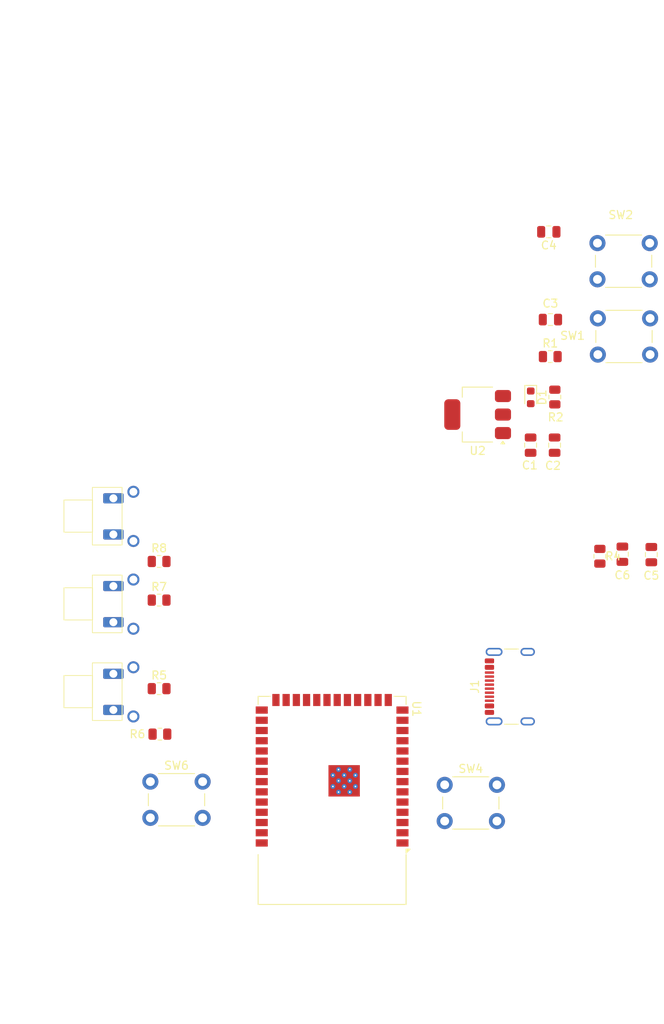
<source format=kicad_pcb>
(kicad_pcb (version 20241229) (generator "pcbnew") (generator_version "9.0")
  (layers (0 "F.Cu" signal) (4 "In1.Cu" signal) (6 "In2.Cu" signal) (2 "B.Cu" signal) (13 "F.Paste" user) (15 "B.Paste" user) (5 "F.SilkS" user "F.Silkscreen") (7 "B.SilkS" user "B.Silkscreen") (1 "F.Mask" user) (3 "B.Mask" user) (25 "Edge.Cuts" user))
  (net 0 "")
  (net 1 "+3.3V")
  (net 2 "GND")
  (net 3 "VBUS")
  (net 4 "IO1")
  (net 5 "Net-(D1-A)")
  (net 6 "GPS_RESET")
  (net 13 "MAIN_BUTTON")
  (net 14 "USB+")
  (net 17 "USB-")
  (net 20 "TX_GPS")
  (net 32 "RX_GPS")
  (net 33 "COMPASS_RESET")
  (net 36 "Net-(U1-EN)")
  (net 37 "LAP_BUTTON")
  (net 38 "PAGE_BUTTON")
  (net 39 "ZOOM-_BUTTON")
  (net 40 "ZOOM+_BUTTON")
  (net 41 "I2C_SDA")
  (net 42 "I2C_SCL")
  (net 43 "DATA_READY_COMP")
  (footprint "CUSTOM FOODPRINTS:KNOP ANGLED" (layer "F.Cu") (at 59.38 109.095)
    (property "Reference" "SW7" (hide yes))
    (property "Value" "ZOOM-_BUTTON")
    (fp_rect (start -7.23 1.52) (end -3.68 5.52) (stroke (width 0.1)) (fill no) (layer "F.SilkS"))
    (fp_rect (start -3.69 -0.05) (end 0 7.11) (stroke (width 0.1)) (fill no) (layer "F.SilkS"))
    (pad "1" thru_hole roundrect (at -1.08 1.31) (size 2.54 1.27) (drill 0.99) (layers "*.Cu" "*.Mask") (roundrect_rratio 0.15) (net 1 "+3.3V"))
    (pad "2" thru_hole roundrect (at -1.08 5.8) (size 2.54 1.27) (drill 0.99) (layers "*.Cu" "*.Mask") (roundrect_rratio 0.15) (net 39 "ZOOM-_BUTTON"))
    (pad "3" thru_hole circle (at 1.41 0.5) (size 1.5 1.5) (drill 0.99) (layers "*.Cu" "*.Mask"))
    (pad "4" thru_hole circle (at 1.41 6.61) (size 1.5 1.5) (drill 0.99) (layers "*.Cu" "*.Mask"))
  )
  (footprint "Resistor_SMD:R_0805_2012Metric" (layer "F.Cu") (at 63.9875 123.15)
    (property "Reference" "R5" (at 0 -1.65 0) (layer "F.SilkS"))
    (property "Value" "10K" (hide yes))
    (fp_line (start -0.227064 -0.735) (end 0.227064 -0.735) (stroke (width 0.12)) (layer "F.SilkS"))
    (fp_line (start -0.227064 0.735) (end 0.227064 0.735) (stroke (width 0.12)) (layer "F.SilkS"))
    (pad "1" smd roundrect (at -0.9125 0) (size 1.025 1.4) (layers "F.Cu" "F.Mask" "F.Paste") (roundrect_rratio 0.243902) (net 37 "LAP_BUTTON"))
    (pad "2" smd roundrect (at 0.9125 0) (size 1.025 1.4) (layers "F.Cu" "F.Mask" "F.Paste") (roundrect_rratio 0.243902) (net 2 "GND"))
  )
  (footprint "RF_Module:ESP32-S3-WROOM-1" (layer "F.Cu") (at 85.5 137.06 180)
    (property "Reference" "U1" (at -10.5 11.4 270) (layer "F.SilkS"))
    (property "Value" "ESP32-S3-WROOM-1")
    (fp_line (start 9.2 12.95) (end 9.2 11.95) (stroke (width 0.12)) (layer "F.SilkS"))
    (fp_line (start 9.2 12.95) (end 7.7 12.95) (stroke (width 0.12)) (layer "F.SilkS"))
    (fp_line (start 9.2 -12.9) (end 9.2 -6.7) (stroke (width 0.12)) (layer "F.SilkS"))
    (fp_line (start -9.2 12.95) (end -7.7 12.95) (stroke (width 0.12)) (layer "F.SilkS"))
    (fp_line (start -9.2 11.95) (end -9.2 12.95) (stroke (width 0.12)) (layer "F.SilkS"))
    (fp_line (start -9.2 -12.9) (end 9.2 -12.9) (stroke (width 0.12)) (layer "F.SilkS"))
    (fp_line (start -9.2 -12.9) (end -9.2 -6.7) (stroke (width 0.12)) (layer "F.SilkS"))
    (fp_poly (pts (xy -9.2 -6.025) (xy -9.7 -6.025) (xy -9.2 -6.525) (xy -9.2 -6.025)) (stroke (width 0.12)) (fill yes) (layer "F.SilkS"))
    (pad "1" smd rect (at -8.75 -5.26 180) (size 1.5 0.9) (layers "F.Cu" "F.Mask" "F.Paste") (net 2 "GND"))
    (pad "2" smd rect (at -8.75 -3.99 180) (size 1.5 0.9) (layers "F.Cu" "F.Mask" "F.Paste") (net 1 "+3.3V"))
    (pad "3" smd rect (at -8.75 -2.72 180) (size 1.5 0.9) (layers "F.Cu" "F.Mask" "F.Paste") (net 36 "Net-(U1-EN)"))
    (pad "4" smd rect (at -8.75 -1.45 180) (size 1.5 0.9) (layers "F.Cu" "F.Mask" "F.Paste") (net 38 "PAGE_BUTTON"))
    (pad "5" smd rect (at -8.75 -0.18 180) (size 1.5 0.9) (layers "F.Cu" "F.Mask" "F.Paste"))
    (pad "6" smd rect (at -8.75 1.09 180) (size 1.5 0.9) (layers "F.Cu" "F.Mask" "F.Paste"))
    (pad "7" smd rect (at -8.75 2.36 180) (size 1.5 0.9) (layers "F.Cu" "F.Mask" "F.Paste"))
    (pad "8" smd rect (at -8.75 3.63 180) (size 1.5 0.9) (layers "F.Cu" "F.Mask" "F.Paste"))
    (pad "9" smd rect (at -8.75 4.9 180) (size 1.5 0.9) (layers "F.Cu" "F.Mask" "F.Paste"))
    (pad "10" smd rect (at -8.75 6.17 180) (size 1.5 0.9) (layers "F.Cu" "F.Mask" "F.Paste"))
    (pad "11" smd rect (at -8.75 7.44 180) (size 1.5 0.9) (layers "F.Cu" "F.Mask" "F.Paste"))
    (pad "12" smd rect (at -8.75 8.71 180) (size 1.5 0.9) (layers "F.Cu" "F.Mask" "F.Paste"))
    (pad "13" smd rect (at -8.75 9.98 180) (size 1.5 0.9) (layers "F.Cu" "F.Mask" "F.Paste") (net 17 "USB-"))
    (pad "14" smd rect (at -8.75 11.25) (size 1.5 0.9) (layers "F.Cu" "F.Mask" "F.Paste") (net 14 "USB+"))
    (pad "15" smd rect (at -6.985 12.5 90) (size 1.5 0.9) (layers "F.Cu" "F.Mask" "F.Paste") (net 6 "GPS_RESET"))
    (pad "16" smd rect (at -5.715 12.5 90) (size 1.5 0.9) (layers "F.Cu" "F.Mask" "F.Paste") (net 33 "COMPASS_RESET"))
    (pad "17" smd rect (at -4.445 12.5 90) (size 1.5 0.9) (layers "F.Cu" "F.Mask" "F.Paste"))
    (pad "18" smd rect (at -3.175 12.5 90) (size 1.5 0.9) (layers "F.Cu" "F.Mask" "F.Paste"))
    (pad "19" smd rect (at -1.905 12.5 90) (size 1.5 0.9) (layers "F.Cu" "F.Mask" "F.Paste"))
    (pad "20" smd rect (at -0.635 12.5 90) (size 1.5 0.9) (layers "F.Cu" "F.Mask" "F.Paste"))
    (pad "21" smd rect (at 0.635 12.5 90) (size 1.5 0.9) (layers "F.Cu" "F.Mask" "F.Paste"))
    (pad "22" smd rect (at 1.905 12.5 90) (size 1.5 0.9) (layers "F.Cu" "F.Mask" "F.Paste"))
    (pad "23" smd rect (at 3.175 12.5 90) (size 1.5 0.9) (layers "F.Cu" "F.Mask" "F.Paste"))
    (pad "24" smd rect (at 4.445 12.5 90) (size 1.5 0.9) (layers "F.Cu" "F.Mask" "F.Paste"))
    (pad "25" smd rect (at 5.715 12.5 90) (size 1.5 0.9) (layers "F.Cu" "F.Mask" "F.Paste"))
    (pad "26" smd rect (at 6.985 12.5 90) (size 1.5 0.9) (layers "F.Cu" "F.Mask" "F.Paste"))
    (pad "27" smd rect (at 8.75 11.25 180) (size 1.5 0.9) (layers "F.Cu" "F.Mask" "F.Paste") (net 4 "IO1"))
    (pad "28" smd rect (at 8.75 9.98 180) (size 1.5 0.9) (layers "F.Cu" "F.Mask" "F.Paste"))
    (pad "29" smd rect (at 8.75 8.71 180) (size 1.5 0.9) (layers "F.Cu" "F.Mask" "F.Paste"))
    (pad "30" smd rect (at 8.75 7.44 180) (size 1.5 0.9) (layers "F.Cu" "F.Mask" "F.Paste"))
    (pad "31" smd rect (at 8.75 6.17 180) (size 1.5 0.9) (layers "F.Cu" "F.Mask" "F.Paste") (net 42 "I2C_SCL"))
    (pad "32" smd rect (at 8.75 4.9 180) (size 1.5 0.9) (layers "F.Cu" "F.Mask" "F.Paste") (net 41 "I2C_SDA"))
    (pad "33" smd rect (at 8.75 3.63 180) (size 1.5 0.9) (layers "F.Cu" "F.Mask" "F.Paste") (net 43 "DATA_READY_COMP"))
    (pad "34" smd rect (at 8.75 2.36 180) (size 1.5 0.9) (layers "F.Cu" "F.Mask" "F.Paste") (net 40 "ZOOM+_BUTTON"))
    (pad "35" smd rect (at 8.75 1.09 180) (size 1.5 0.9) (layers "F.Cu" "F.Mask" "F.Paste") (net 39 "ZOOM-_BUTTON"))
    (pad "36" smd rect (at 8.75 -0.18 180) (size 1.5 0.9) (layers "F.Cu" "F.Mask" "F.Paste") (net 20 "TX_GPS"))
    (pad "37" smd rect (at 8.75 -1.45 180) (size 1.5 0.9) (layers "F.Cu" "F.Mask" "F.Paste") (net 32 "RX_GPS"))
    (pad "38" smd rect (at 8.75 -2.72 180) (size 1.5 0.9) (layers "F.Cu" "F.Mask" "F.Paste") (net 37 "LAP_BUTTON"))
    (pad "39" smd rect (at 8.75 -3.99 180) (size 1.5 0.9) (layers "F.Cu" "F.Mask" "F.Paste") (net 13 "MAIN_BUTTON"))
    (pad "40" smd rect (at 8.75 -5.26 180) (size 1.5 0.9) (layers "F.Cu" "F.Mask" "F.Paste") (net 2 "GND"))
    (pad "41" thru_hole circle (at -2.9 1.76 270) (size 0.6 0.6) (drill 0.2) (property pad_prop_heatsink) (layers "*.Cu" "F.Mask") (net 2 "GND"))
    (pad "41" thru_hole circle (at -2.9 3.16 180) (size 0.6 0.6) (drill 0.2) (property pad_prop_heatsink) (layers "*.Cu" "F.Mask") (net 2 "GND"))
    (pad "41" thru_hole circle (at -2.2 1.06 180) (size 0.6 0.6) (drill 0.2) (property pad_prop_heatsink) (layers "*.Cu" "F.Mask") (net 2 "GND"))
    (pad "41" thru_hole circle (at -2.2 2.46 180) (size 0.6 0.6) (drill 0.2) (property pad_prop_heatsink) (layers "*.Cu" "F.Mask") (net 2 "GND"))
    (pad "41" thru_hole circle (at -2.2 3.86 180) (size 0.6 0.6) (drill 0.2) (property pad_prop_heatsink) (layers "*.Cu" "F.Mask") (net 2 "GND"))
    (pad "41" thru_hole circle (at -1.5 1.76 180) (size 0.6 0.6) (drill 0.2) (property pad_prop_heatsink) (layers "*.Cu" "F.Mask") (net 2 "GND"))
    (pad "41" smd rect (at -1.5 2.46 90) (size 3.9 3.9) (property pad_prop_heatsink) (layers "F.Cu" "F.Mask") (net 2 "GND"))
    (pad "41" thru_hole circle (at -1.5 3.16 180) (size 0.6 0.6) (drill 0.2) (property pad_prop_heatsink) (layers "*.Cu" "F.Mask") (net 2 "GND"))
    (pad "41" thru_hole circle (at -0.8 1.06 180) (size 0.6 0.6) (drill 0.2) (property pad_prop_heatsink) (layers "*.Cu" "F.Mask") (net 2 "GND"))
    (pad "41" thru_hole circle (at -0.8 2.46 180) (size 0.6 0.6) (drill 0.2) (property pad_prop_heatsink) (layers "*.Cu" "F.Mask") (net 2 "GND"))
    (pad "41" thru_hole circle (at -0.8 3.86 180) (size 0.6 0.6) (drill 0.2) (property pad_prop_heatsink) (layers "*.Cu" "F.Mask") (net 2 "GND"))
    (pad "41" thru_hole circle (at -0.1 1.76 180) (size 0.6 0.6) (drill 0.2) (property pad_prop_heatsink) (layers "*.Cu" "F.Mask") (net 2 "GND"))
    (pad "41" thru_hole circle (at -0.1 3.16 180) (size 0.6 0.6) (drill 0.2) (property pad_prop_heatsink) (layers "*.Cu" "F.Mask") (net 2 "GND"))
  )
  (footprint "CUSTOM FOODPRINTS:KNOP ANGLED" (layer "F.Cu") (at 59.38 98.195)
    (property "Reference" "SW8" (hide yes))
    (property "Value" "ZOOM+_BUTTON")
    (fp_rect (start -7.23 1.52) (end -3.68 5.52) (stroke (width 0.1)) (fill no) (layer "F.SilkS"))
    (fp_rect (start -3.69 -0.05) (end 0 7.11) (stroke (width 0.1)) (fill no) (layer "F.SilkS"))
    (pad "1" thru_hole roundrect (at -1.08 1.31) (size 2.54 1.27) (drill 0.99) (layers "*.Cu" "*.Mask") (roundrect_rratio 0.15) (net 1 "+3.3V"))
    (pad "2" thru_hole roundrect (at -1.08 5.8) (size 2.54 1.27) (drill 0.99) (layers "*.Cu" "*.Mask") (roundrect_rratio 0.15) (net 40 "ZOOM+_BUTTON"))
    (pad "3" thru_hole circle (at 1.41 0.5) (size 1.5 1.5) (drill 0.99) (layers "*.Cu" "*.Mask"))
    (pad "4" thru_hole circle (at 1.41 6.61) (size 1.5 1.5) (drill 0.99) (layers "*.Cu" "*.Mask"))
  )
  (footprint "Button_Switch_THT:SW_PUSH_6mm" (layer "F.Cu") (at 125 72.3 180)
    (property "Reference" "SW2" (at 3.6 8 0) (layer "F.SilkS"))
    (property "Value" "BOOT1")
    (fp_line (start 6.75 3) (end 6.75 1.5) (stroke (width 0.12)) (layer "F.SilkS"))
    (fp_line (start 5.5 -1) (end 1 -1) (stroke (width 0.12)) (layer "F.SilkS"))
    (fp_line (start 1 5.5) (end 5.5 5.5) (stroke (width 0.12)) (layer "F.SilkS"))
    (fp_line (start -0.25 1.5) (end -0.25 3) (stroke (width 0.12)) (layer "F.SilkS"))
    (pad "1" thru_hole circle (at 0 0 270) (size 2 2) (drill 1.1) (layers "*.Cu" "*.Mask") (net 2 "GND"))
    (pad "1" thru_hole circle (at 6.5 0 270) (size 2 2) (drill 1.1) (layers "*.Cu" "*.Mask") (net 2 "GND"))
    (pad "2" thru_hole circle (at 0 4.5 270) (size 2 2) (drill 1.1) (layers "*.Cu" "*.Mask") (net 4 "IO1"))
    (pad "2" thru_hole circle (at 6.5 4.5 270) (size 2 2) (drill 1.1) (layers "*.Cu" "*.Mask") (net 4 "IO1"))
  )
  (footprint "Resistor_SMD:R_0805_2012Metric" (layer "F.Cu") (at 118.8 106.7 -90)
    (property "Reference" "R4" (at 0 -1.65 0) (layer "F.SilkS"))
    (property "Value" "10K")
    (fp_line (start -0.227064 0.735) (end 0.227064 0.735) (stroke (width 0.12)) (layer "F.SilkS"))
    (fp_line (start -0.227064 -0.735) (end 0.227064 -0.735) (stroke (width 0.12)) (layer "F.SilkS"))
    (pad "1" smd roundrect (at -0.9125 0 270) (size 1.025 1.4) (layers "F.Cu" "F.Mask" "F.Paste") (roundrect_rratio 0.243902) (net 38 "PAGE_BUTTON"))
    (pad "2" smd roundrect (at 0.9125 0 270) (size 1.025 1.4) (layers "F.Cu" "F.Mask" "F.Paste") (roundrect_rratio 0.243902) (net 2 "GND"))
  )
  (footprint "Capacitor_SMD:C_0805_2012Metric" (layer "F.Cu") (at 113.17 92.9 -90)
    (property "Reference" "C2" (at 2.55 0.2 180) (layer "F.SilkS"))
    (property "Value" "10uF" (hide yes))
    (fp_line (start -0.261252 0.735) (end 0.261252 0.735) (stroke (width 0.12)) (layer "F.SilkS"))
    (fp_line (start -0.261252 -0.735) (end 0.261252 -0.735) (stroke (width 0.12)) (layer "F.SilkS"))
    (pad "1" smd roundrect (at -0.95 0 270) (size 1 1.45) (layers "F.Cu" "F.Mask" "F.Paste") (net 3 "VBUS"))
    (pad "2" smd roundrect (at 0.95 0 270) (size 1 1.45) (layers "F.Cu" "F.Mask" "F.Paste") (net 2 "GND"))
  )
  (footprint "Button_Switch_THT:SW_PUSH_6mm" (layer "F.Cu") (at 118.55 77.15)
    (property "Reference" "SW1" (at -3.15 2.15 0) (layer "F.SilkS"))
    (property "Value" "RESET1")
    (fp_line (start -0.25 1.5) (end -0.25 3) (stroke (width 0.12)) (layer "F.SilkS"))
    (fp_line (start 1 5.5) (end 5.5 5.5) (stroke (width 0.12)) (layer "F.SilkS"))
    (fp_line (start 5.5 -1) (end 1 -1) (stroke (width 0.12)) (layer "F.SilkS"))
    (fp_line (start 6.75 3) (end 6.75 1.5) (stroke (width 0.12)) (layer "F.SilkS"))
    (pad "1" thru_hole circle (at 0 0 90) (size 2 2) (drill 1.1) (layers "*.Cu" "*.Mask") (net 2 "GND"))
    (pad "1" thru_hole circle (at 6.5 0 90) (size 2 2) (drill 1.1) (layers "*.Cu" "*.Mask") (net 2 "GND"))
    (pad "2" thru_hole circle (at 0 4.5 90) (size 2 2) (drill 1.1) (layers "*.Cu" "*.Mask") (net 36 "Net-(U1-EN)"))
    (pad "2" thru_hole circle (at 6.5 4.5 90) (size 2 2) (drill 1.1) (layers "*.Cu" "*.Mask") (net 36 "Net-(U1-EN)"))
  )
  (footprint "LED_SMD:LED_0603_1608Metric" (layer "F.Cu") (at 110.2 86.9625 -90)
    (property "Reference" "D1" (at 0 -1.43 270) (layer "F.SilkS"))
    (property "Value" "POWER_LED")
    (fp_line (start -1.485 0.735) (end 0.8 0.735) (stroke (width 0.12)) (layer "F.SilkS"))
    (fp_line (start -1.485 -0.735) (end -1.485 0.735) (stroke (width 0.12)) (layer "F.SilkS"))
    (fp_line (start 0.8 -0.735) (end -1.485 -0.735) (stroke (width 0.12)) (layer "F.SilkS"))
    (pad "1" smd roundrect (at -0.7875 0 270) (size 0.875 0.95) (layers "F.Cu" "F.Mask" "F.Paste") (net 2 "GND"))
    (pad "2" smd roundrect (at 0.7875 0 270) (size 0.875 0.95) (layers "F.Cu" "F.Mask" "F.Paste") (net 5 "Net-(D1-A)"))
  )
  (footprint "Connector_USB:USB_C_Receptacle_GCT_USB4105-xx-A_16P_TopMnt_Horizontal" (layer "F.Cu") (at 108.75 122.9 90)
    (property "Reference" "J1" (at 0 -5.5 90) (layer "F.SilkS"))
    (property "Value" "USB_C_Receptacle_USB2.0_14P" (hide yes))
    (fp_line (start 4.67 -0.1) (end 4.67 -1.8) (stroke (width 0.12)) (layer "F.SilkS"))
    (fp_line (start -4.67 -0.1) (end -4.67 -1.8) (stroke (width 0.12)) (layer "F.SilkS"))
    (pad "" np_thru_hole circle (at -2.89 -2.605 90) (size 0.65 0.65) (drill 0.65) (layers "F&B.Cu" "*.Mask"))
    (pad "" np_thru_hole circle (at 2.89 -2.605 90) (size 0.65 0.65) (drill 0.65) (layers "F&B.Cu" "*.Mask"))
    (pad "A1" smd roundrect (at -3.2 -3.68 90) (size 0.6 1.15) (layers "F.Cu" "F.Mask" "F.Paste") (net 2 "GND"))
    (pad "A4" smd roundrect (at -2.4 -3.68 90) (size 0.6 1.15) (layers "F.Cu" "F.Mask" "F.Paste") (net 3 "VBUS"))
    (pad "A5" smd roundrect (at -1.25 -3.68 90) (size 0.3 1.15) (layers "F.Cu" "F.Mask" "F.Paste"))
    (pad "A6" smd roundrect (at -0.25 -3.68 90) (size 0.3 1.15) (layers "F.Cu" "F.Mask" "F.Paste") (net 14 "USB+"))
    (pad "A7" smd roundrect (at 0.25 -3.68 90) (size 0.3 1.15) (layers "F.Cu" "F.Mask" "F.Paste") (net 17 "USB-"))
    (pad "A8" smd roundrect (at 1.25 -3.68 90) (size 0.3 1.15) (layers "F.Cu" "F.Mask" "F.Paste"))
    (pad "A9" smd roundrect (at 2.4 -3.68 90) (size 0.6 1.15) (layers "F.Cu" "F.Mask" "F.Paste") (net 3 "VBUS"))
    (pad "A12" smd roundrect (at 3.2 -3.68 90) (size 0.6 1.15) (layers "F.Cu" "F.Mask" "F.Paste") (net 2 "GND"))
    (pad "B1" smd roundrect (at 3.2 -3.68 90) (size 0.6 1.15) (layers "F.Cu" "F.Mask" "F.Paste") (net 2 "GND"))
    (pad "B4" smd roundrect (at 2.4 -3.68 90) (size 0.6 1.15) (layers "F.Cu" "F.Mask" "F.Paste") (net 3 "VBUS"))
    (pad "B5" smd roundrect (at 1.75 -3.68 90) (size 0.3 1.15) (layers "F.Cu" "F.Mask" "F.Paste"))
    (pad "B6" smd roundrect (at 0.75 -3.68 90) (size 0.3 1.15) (layers "F.Cu" "F.Mask" "F.Paste") (net 14 "USB+"))
    (pad "B7" smd roundrect (at -0.75 -3.68 90) (size 0.3 1.15) (layers "F.Cu" "F.Mask" "F.Paste") (net 17 "USB-"))
    (pad "B8" smd roundrect (at -1.75 -3.68 90) (size 0.3 1.15) (layers "F.Cu" "F.Mask" "F.Paste"))
    (pad "B9" smd roundrect (at -2.4 -3.68 90) (size 0.6 1.15) (layers "F.Cu" "F.Mask" "F.Paste") (net 3 "VBUS"))
    (pad "B12" smd roundrect (at -3.2 -3.68 90) (size 0.6 1.15) (layers "F.Cu" "F.Mask" "F.Paste") (net 2 "GND"))
    (pad "S1" thru_hole oval (at -4.32 -3.105 90) (size 1 2.1) (drill oval 0.6 1.7) (property pad_prop_heatsink) (layers "*.Cu" "*.Mask" "F.Paste") (net 2 "GND"))
    (pad "S1" thru_hole oval (at -4.32 1.075 90) (size 1 1.8) (drill oval 0.6 1.4) (property pad_prop_heatsink) (layers "*.Cu" "*.Mask" "F.Paste") (net 2 "GND"))
    (pad "S1" thru_hole oval (at 4.32 -3.105 90) (size 1 2.1) (drill oval 0.6 1.7) (property pad_prop_heatsink) (layers "*.Cu" "*.Mask" "F.Paste") (net 2 "GND"))
    (pad "S1" thru_hole oval (at 4.32 1.075 90) (size 1 1.8) (drill oval 0.6 1.4) (property pad_prop_heatsink) (layers "*.Cu" "*.Mask" "F.Paste") (net 2 "GND"))
  )
  (footprint "Resistor_SMD:R_0805_2012Metric" (layer "F.Cu") (at 64.0875 128.8)
    (property "Reference" "R6" (at -2.8 0 0) (layer "F.SilkS"))
    (property "Value" "10K" (hide yes))
    (fp_line (start -0.227064 -0.735) (end 0.227064 -0.735) (stroke (width 0.12)) (layer "F.SilkS"))
    (fp_line (start -0.227064 0.735) (end 0.227064 0.735) (stroke (width 0.12)) (layer "F.SilkS"))
    (pad "1" smd roundrect (at -0.9125 0) (size 1.025 1.4) (layers "F.Cu" "F.Mask" "F.Paste") (roundrect_rratio 0.243902) (net 13 "MAIN_BUTTON"))
    (pad "2" smd roundrect (at 0.9125 0) (size 1.025 1.4) (layers "F.Cu" "F.Mask" "F.Paste") (roundrect_rratio 0.243902) (net 2 "GND"))
  )
  (footprint "Capacitor_SMD:C_0805_2012Metric" (layer "F.Cu") (at 112.65 77.3 180)
    (property "Reference" "C3" (at 0 2 0) (layer "F.SilkS"))
    (property "Value" "0.1uF" (hide yes))
    (fp_line (start -0.261252 0.735) (end 0.261252 0.735) (stroke (width 0.12)) (layer "F.SilkS"))
    (fp_line (start -0.261252 -0.735) (end 0.261252 -0.735) (stroke (width 0.12)) (layer "F.SilkS"))
    (pad "1" smd roundrect (at -0.95 0 180) (size 1 1.45) (layers "F.Cu" "F.Mask" "F.Paste") (net 36 "Net-(U1-EN)"))
    (pad "2" smd roundrect (at 0.95 0 180) (size 1 1.45) (layers "F.Cu" "F.Mask" "F.Paste") (net 2 "GND"))
  )
  (footprint "Capacitor_SMD:C_0805_2012Metric" (layer "F.Cu") (at 121.6 106.45 -90)
    (property "Reference" "C6" (at 2.6 0 180) (layer "F.SilkS"))
    (property "Value" "10uF" (hide yes))
    (fp_line (start -0.261252 0.735) (end 0.261252 0.735) (stroke (width 0.12)) (layer "F.SilkS"))
    (fp_line (start -0.261252 -0.735) (end 0.261252 -0.735) (stroke (width 0.12)) (layer "F.SilkS"))
    (pad "1" smd roundrect (at -0.95 0 270) (size 1 1.45) (layers "F.Cu" "F.Mask" "F.Paste") (net 1 "+3.3V"))
    (pad "2" smd roundrect (at 0.95 0 270) (size 1 1.45) (layers "F.Cu" "F.Mask" "F.Paste") (net 2 "GND"))
  )
  (footprint "Resistor_SMD:R_0805_2012Metric" (layer "F.Cu") (at 113.2 86.9225 -90)
    (property "Reference" "R2" (at 2.5125 -0.1 0) (layer "F.SilkS"))
    (property "Value" "10K" (hide yes))
    (fp_line (start -0.227064 0.735) (end 0.227064 0.735) (stroke (width 0.12)) (layer "F.SilkS"))
    (fp_line (start -0.227064 -0.735) (end 0.227064 -0.735) (stroke (width 0.12)) (layer "F.SilkS"))
    (pad "1" smd roundrect (at -0.9125 0 270) (size 1.025 1.4) (layers "F.Cu" "F.Mask" "F.Paste") (roundrect_rratio 0.243902) (net 1 "+3.3V"))
    (pad "2" smd roundrect (at 0.9125 0 270) (size 1.025 1.4) (layers "F.Cu" "F.Mask" "F.Paste") (roundrect_rratio 0.243902) (net 5 "Net-(D1-A)"))
  )
  (footprint "Resistor_SMD:R_0805_2012Metric" (layer "F.Cu") (at 63.9875 107.35)
    (property "Reference" "R8" (at 0 -1.65 0) (layer "F.SilkS"))
    (property "Value" "10K" (hide yes))
    (fp_line (start -0.227064 -0.735) (end 0.227064 -0.735) (stroke (width 0.12)) (layer "F.SilkS"))
    (fp_line (start -0.227064 0.735) (end 0.227064 0.735) (stroke (width 0.12)) (layer "F.SilkS"))
    (pad "1" smd roundrect (at -0.9125 0) (size 1.025 1.4) (layers "F.Cu" "F.Mask" "F.Paste") (roundrect_rratio 0.243902) (net 40 "ZOOM+_BUTTON"))
    (pad "2" smd roundrect (at 0.9125 0) (size 1.025 1.4) (layers "F.Cu" "F.Mask" "F.Paste") (roundrect_rratio 0.243902) (net 2 "GND"))
  )
  (footprint "Package_TO_SOT_SMD:SOT-223-3_TabPin2" (layer "F.Cu") (at 103.6 89.1 180)
    (property "Reference" "U2" (at 0 -4.5 0) (layer "F.SilkS"))
    (property "Value" "AMS1117-3.3")
    (fp_line (start 1.91 3.41) (end 1.91 2.15) (stroke (width 0.12)) (layer "F.SilkS"))
    (fp_line (start 1.91 -3.41) (end 1.91 -2.15) (stroke (width 0.12)) (layer "F.SilkS"))
    (fp_line (start -1.85 3.41) (end 1.91 3.41) (stroke (width 0.12)) (layer "F.SilkS"))
    (fp_line (start -1.85 -3.41) (end 1.91 -3.41) (stroke (width 0.12)) (layer "F.SilkS"))
    (fp_poly (pts (xy -3.13 -3.31) (xy -3.37 -3.64) (xy -2.89 -3.64) (xy -3.13 -3.31)) (stroke (width 0.12)) (fill yes) (layer "F.SilkS"))
    (pad "1" smd roundrect (at -3.15 -2.3 180) (size 2 1.5) (layers "F.Cu" "F.Mask" "F.Paste") (net 2 "GND"))
    (pad "2" smd roundrect (at -3.15 0 180) (size 2 1.5) (layers "F.Cu" "F.Mask" "F.Paste") (net 1 "+3.3V"))
    (pad "2" smd roundrect (at 3.15 0 180) (size 2 3.8) (layers "F.Cu" "F.Mask" "F.Paste") (net 1 "+3.3V"))
    (pad "3" smd roundrect (at -3.15 2.3 180) (size 2 1.5) (layers "F.Cu" "F.Mask" "F.Paste") (net 3 "VBUS"))
  )
  (footprint "Resistor_SMD:R_0805_2012Metric" (layer "F.Cu") (at 112.63 81.9)
    (property "Reference" "R1" (at 0 -1.65 0) (layer "F.SilkS"))
    (property "Value" "10K" (hide yes))
    (fp_line (start -0.227064 -0.735) (end 0.227064 -0.735) (stroke (width 0.12)) (layer "F.SilkS"))
    (fp_line (start -0.227064 0.735) (end 0.227064 0.735) (stroke (width 0.12)) (layer "F.SilkS"))
    (pad "1" smd roundrect (at -0.9125 0) (size 1.025 1.4) (layers "F.Cu" "F.Mask" "F.Paste") (roundrect_rratio 0.243902) (net 1 "+3.3V"))
    (pad "2" smd roundrect (at 0.9125 0) (size 1.025 1.4) (layers "F.Cu" "F.Mask" "F.Paste") (roundrect_rratio 0.243902) (net 36 "Net-(U1-EN)"))
  )
  (footprint "Resistor_SMD:R_0805_2012Metric" (layer "F.Cu") (at 63.9875 112.15)
    (property "Reference" "R7" (at 0 -1.65 0) (layer "F.SilkS"))
    (property "Value" "10K" (hide yes))
    (fp_line (start -0.227064 -0.735) (end 0.227064 -0.735) (stroke (width 0.12)) (layer "F.SilkS"))
    (fp_line (start -0.227064 0.735) (end 0.227064 0.735) (stroke (width 0.12)) (layer "F.SilkS"))
    (pad "1" smd roundrect (at -0.9125 0) (size 1.025 1.4) (layers "F.Cu" "F.Mask" "F.Paste") (roundrect_rratio 0.243902) (net 39 "ZOOM-_BUTTON"))
    (pad "2" smd roundrect (at 0.9125 0) (size 1.025 1.4) (layers "F.Cu" "F.Mask" "F.Paste") (roundrect_rratio 0.243902) (net 2 "GND"))
  )
  (footprint "Button_Switch_THT:SW_PUSH_6mm" (layer "F.Cu") (at 62.9 134.7)
    (property "Reference" "SW6" (at 3.25 -2 0) (layer "F.SilkS"))
    (property "Value" "MAIN_BUTTON")
    (fp_line (start -0.25 1.5) (end -0.25 3) (stroke (width 0.12)) (layer "F.SilkS"))
    (fp_line (start 1 5.5) (end 5.5 5.5) (stroke (width 0.12)) (layer "F.SilkS"))
    (fp_line (start 5.5 -1) (end 1 -1) (stroke (width 0.12)) (layer "F.SilkS"))
    (fp_line (start 6.75 3) (end 6.75 1.5) (stroke (width 0.12)) (layer "F.SilkS"))
    (pad "1" thru_hole circle (at 0 0 90) (size 2 2) (drill 1.1) (layers "*.Cu" "*.Mask") (net 1 "+3.3V"))
    (pad "1" thru_hole circle (at 6.5 0 90) (size 2 2) (drill 1.1) (layers "*.Cu" "*.Mask") (net 1 "+3.3V"))
    (pad "2" thru_hole circle (at 0 4.5 90) (size 2 2) (drill 1.1) (layers "*.Cu" "*.Mask") (net 13 "MAIN_BUTTON"))
    (pad "2" thru_hole circle (at 6.5 4.5 90) (size 2 2) (drill 1.1) (layers "*.Cu" "*.Mask") (net 13 "MAIN_BUTTON"))
  )
  (footprint "Capacitor_SMD:C_0805_2012Metric" (layer "F.Cu") (at 110.185 92.9 -90)
    (property "Reference" "C1" (at 2.5 0.1 0) (layer "F.SilkS"))
    (property "Value" "10uF" (hide yes))
    (fp_line (start -0.261252 0.735) (end 0.261252 0.735) (stroke (width 0.12)) (layer "F.SilkS"))
    (fp_line (start -0.261252 -0.735) (end 0.261252 -0.735) (stroke (width 0.12)) (layer "F.SilkS"))
    (pad "1" smd roundrect (at -0.95 0 270) (size 1 1.45) (layers "F.Cu" "F.Mask" "F.Paste") (net 1 "+3.3V"))
    (pad "2" smd roundrect (at 0.95 0 270) (size 1 1.45) (layers "F.Cu" "F.Mask" "F.Paste") (net 2 "GND"))
  )
  (footprint "Button_Switch_THT:SW_PUSH_6mm" (layer "F.Cu") (at 99.5 135.1)
    (property "Reference" "SW4" (at 3.25 -2 0) (layer "F.SilkS"))
    (property "Value" "PAGE_BUTTON")
    (fp_line (start -0.25 1.5) (end -0.25 3) (stroke (width 0.12)) (layer "F.SilkS"))
    (fp_line (start 1 5.5) (end 5.5 5.5) (stroke (width 0.12)) (layer "F.SilkS"))
    (fp_line (start 5.5 -1) (end 1 -1) (stroke (width 0.12)) (layer "F.SilkS"))
    (fp_line (start 6.75 3) (end 6.75 1.5) (stroke (width 0.12)) (layer "F.SilkS"))
    (pad "1" thru_hole circle (at 0 0 90) (size 2 2) (drill 1.1) (layers "*.Cu" "*.Mask") (net 1 "+3.3V"))
    (pad "1" thru_hole circle (at 6.5 0 90) (size 2 2) (drill 1.1) (layers "*.Cu" "*.Mask") (net 1 "+3.3V"))
    (pad "2" thru_hole circle (at 0 4.5 90) (size 2 2) (drill 1.1) (layers "*.Cu" "*.Mask") (net 38 "PAGE_BUTTON"))
    (pad "2" thru_hole circle (at 6.5 4.5 90) (size 2 2) (drill 1.1) (layers "*.Cu" "*.Mask") (net 38 "PAGE_BUTTON"))
  )
  (footprint "CUSTOM FOODPRINTS:KNOP ANGLED" (layer "F.Cu") (at 59.38 119.995)
    (property "Reference" "SW5" (hide yes))
    (property "Value" "LAP_BUTTON")
    (fp_rect (start -7.23 1.52) (end -3.68 5.52) (stroke (width 0.1)) (fill no) (layer "F.SilkS"))
    (fp_rect (start -3.69 -0.05) (end 0 7.11) (stroke (width 0.1)) (fill no) (layer "F.SilkS"))
    (pad "1" thru_hole roundrect (at -1.08 1.31) (size 2.54 1.27) (drill 0.99) (layers "*.Cu" "*.Mask") (roundrect_rratio 0.15) (net 1 "+3.3V"))
    (pad "2" thru_hole roundrect (at -1.08 5.8) (size 2.54 1.27) (drill 0.99) (layers "*.Cu" "*.Mask") (roundrect_rratio 0.15) (net 37 "LAP_BUTTON"))
    (pad "3" thru_hole circle (at 1.41 0.5) (size 1.5 1.5) (drill 0.99) (layers "*.Cu" "*.Mask"))
    (pad "4" thru_hole circle (at 1.41 6.61) (size 1.5 1.5) (drill 0.99) (layers "*.Cu" "*.Mask"))
  )
  (footprint "Capacitor_SMD:C_0805_2012Metric" (layer "F.Cu") (at 125.2 106.5 -90)
    (property "Reference" "C5" (at 2.6 0 180) (layer "F.SilkS"))
    (property "Value" "0.1uF" (hide yes))
    (fp_line (start -0.261252 0.735) (end 0.261252 0.735) (stroke (width 0.12)) (layer "F.SilkS"))
    (fp_line (start -0.261252 -0.735) (end 0.261252 -0.735) (stroke (width 0.12)) (layer "F.SilkS"))
    (pad "1" smd roundrect (at -0.95 0 270) (size 1 1.45) (layers "F.Cu" "F.Mask" "F.Paste") (net 1 "+3.3V"))
    (pad "2" smd roundrect (at 0.95 0 270) (size 1 1.45) (layers "F.Cu" "F.Mask" "F.Paste") (net 2 "GND"))
  )
  (footprint "Capacitor_SMD:C_0805_2012Metric" (layer "F.Cu") (at 112.45 66.4 180)
    (property "Reference" "C4" (at 0 -1.68 0) (layer "F.SilkS"))
    (property "Value" "0.1uF")
    (fp_line (start -0.261252 0.735) (end 0.261252 0.735) (stroke (width 0.12)) (layer "F.SilkS"))
    (fp_line (start -0.261252 -0.735) (end 0.261252 -0.735) (stroke (width 0.12)) (layer "F.SilkS"))
    (pad "1" smd roundrect (at -0.95 0 180) (size 1 1.45) (layers "F.Cu" "F.Mask" "F.Paste") (net 4 "IO1"))
    (pad "2" smd roundrect (at 0.95 0 180) (size 1 1.45) (layers "F.Cu" "F.Mask" "F.Paste") (net 2 "GND"))
  )
)
</source>
